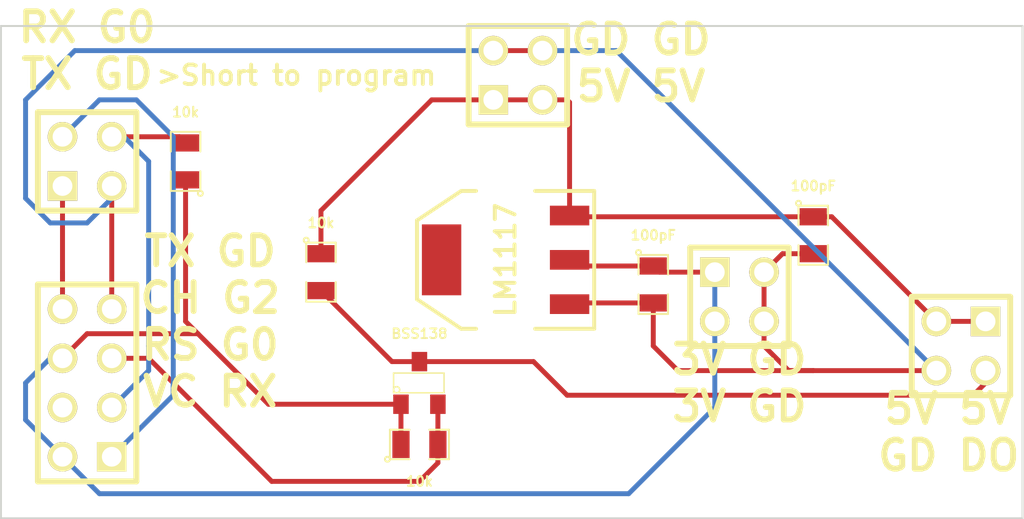
<source format=kicad_pcb>
(kicad_pcb (version 3) (host pcbnew "(2013-may-18)-stable")

  (general
    (links 31)
    (no_connects 0)
    (area 49.103845 41.503599 103.931155 67.360001)
    (thickness 1.6)
    (drawings 10)
    (tracks 89)
    (zones 0)
    (modules 12)
    (nets 9)
  )

  (page A3)
  (layers
    (15 F.Cu signal)
    (0 B.Cu signal)
    (16 B.Adhes user)
    (17 F.Adhes user)
    (18 B.Paste user)
    (19 F.Paste user)
    (20 B.SilkS user hide)
    (21 F.SilkS user)
    (22 B.Mask user)
    (23 F.Mask user)
    (24 Dwgs.User user)
    (25 Cmts.User user)
    (26 Eco1.User user)
    (27 Eco2.User user)
    (28 Edge.Cuts user)
  )

  (setup
    (last_trace_width 0.254)
    (trace_clearance 0.254)
    (zone_clearance 0.508)
    (zone_45_only no)
    (trace_min 0.254)
    (segment_width 0.2)
    (edge_width 0.1)
    (via_size 0.889)
    (via_drill 0.635)
    (via_min_size 0.889)
    (via_min_drill 0.508)
    (uvia_size 0.508)
    (uvia_drill 0.127)
    (uvias_allowed no)
    (uvia_min_size 0.508)
    (uvia_min_drill 0.127)
    (pcb_text_width 0.3)
    (pcb_text_size 1.5 1.5)
    (mod_edge_width 0.15)
    (mod_text_size 1 1)
    (mod_text_width 0.15)
    (pad_size 0.889 1.397)
    (pad_drill 0)
    (pad_to_mask_clearance 0)
    (aux_axis_origin 0 0)
    (visible_elements FFFFFFBF)
    (pcbplotparams
      (layerselection 283148289)
      (usegerberextensions true)
      (excludeedgelayer true)
      (linewidth 0.150000)
      (plotframeref false)
      (viasonmask false)
      (mode 1)
      (useauxorigin false)
      (hpglpennumber 1)
      (hpglpenspeed 20)
      (hpglpendiameter 15)
      (hpglpenoverlay 2)
      (psnegative false)
      (psa4output false)
      (plotreference true)
      (plotvalue true)
      (plotothertext true)
      (plotinvisibletext false)
      (padsonsilk false)
      (subtractmaskfromsilk false)
      (outputformat 1)
      (mirror false)
      (drillshape 0)
      (scaleselection 1)
      (outputdirectory gerber/))
  )

  (net 0 "")
  (net 1 +3.3V)
  (net 2 +5V)
  (net 3 GND)
  (net 4 N-000001)
  (net 5 N-000002)
  (net 6 N-000006)
  (net 7 N-000007)
  (net 8 N-000009)

  (net_class Default "This is the default net class."
    (clearance 0.254)
    (trace_width 0.254)
    (via_dia 0.889)
    (via_drill 0.635)
    (uvia_dia 0.508)
    (uvia_drill 0.127)
    (add_net "")
    (add_net +3.3V)
    (add_net +5V)
    (add_net GND)
    (add_net N-000001)
    (add_net N-000002)
    (add_net N-000006)
    (add_net N-000007)
    (add_net N-000009)
  )

  (module SOT23 (layer F.Cu) (tedit 5540A01C) (tstamp 55406C8F)
    (at 71.12 60.325)
    (tags SOT23)
    (path /55405F5C)
    (fp_text reference Q1 (at 1.99898 -0.09906 90) (layer F.SilkS) hide
      (effects (font (size 0.762 0.762) (thickness 0.11938)))
    )
    (fp_text value BSS138 (at 0 -2.54) (layer F.SilkS)
      (effects (font (size 0.50038 0.50038) (thickness 0.09906)))
    )
    (fp_circle (center -1.17602 0.35052) (end -1.30048 0.44958) (layer F.SilkS) (width 0.07874))
    (fp_line (start 1.27 -0.508) (end 1.27 0.508) (layer F.SilkS) (width 0.07874))
    (fp_line (start -1.3335 -0.508) (end -1.3335 0.508) (layer F.SilkS) (width 0.07874))
    (fp_line (start 1.27 0.508) (end -1.3335 0.508) (layer F.SilkS) (width 0.07874))
    (fp_line (start -1.3335 -0.508) (end 1.27 -0.508) (layer F.SilkS) (width 0.07874))
    (pad 3 smd rect (at 0 -1.09982) (size 0.8001 1.00076)
      (layers F.Cu F.Paste F.Mask)
      (net 6 N-000006)
    )
    (pad 2 smd rect (at 0.9525 1.09982) (size 0.8001 1.00076)
      (layers F.Cu F.Paste F.Mask)
      (net 7 N-000007)
    )
    (pad 1 smd rect (at -0.9525 1.09982) (size 0.8001 1.00076)
      (layers F.Cu F.Paste F.Mask)
      (net 1 +3.3V)
    )
    (model smd\SOT23_3.wrl
      (at (xyz 0 0 0))
      (scale (xyz 0.4 0.4 0.4))
      (rotate (xyz 0 0 180))
    )
  )

  (module SOT223 (layer F.Cu) (tedit 5540A06A) (tstamp 55406C9F)
    (at 75.565 53.975 90)
    (descr "module CMS SOT223 4 pins")
    (tags "CMS SOT")
    (path /55405F41)
    (attr smd)
    (fp_text reference U1 (at 0 -0.762 90) (layer F.SilkS) hide
      (effects (font (size 1.016 1.016) (thickness 0.2032)))
    )
    (fp_text value LM1117 (at 0 0 90) (layer F.SilkS)
      (effects (font (size 1.016 1.016) (thickness 0.2032)))
    )
    (fp_line (start -3.556 1.524) (end -3.556 4.572) (layer F.SilkS) (width 0.2032))
    (fp_line (start -3.556 4.572) (end 3.556 4.572) (layer F.SilkS) (width 0.2032))
    (fp_line (start 3.556 4.572) (end 3.556 1.524) (layer F.SilkS) (width 0.2032))
    (fp_line (start -3.556 -1.524) (end -3.556 -2.286) (layer F.SilkS) (width 0.2032))
    (fp_line (start -3.556 -2.286) (end -2.032 -4.572) (layer F.SilkS) (width 0.2032))
    (fp_line (start -2.032 -4.572) (end 2.032 -4.572) (layer F.SilkS) (width 0.2032))
    (fp_line (start 2.032 -4.572) (end 3.556 -2.286) (layer F.SilkS) (width 0.2032))
    (fp_line (start 3.556 -2.286) (end 3.556 -1.524) (layer F.SilkS) (width 0.2032))
    (pad 4 smd rect (at 0 -3.302 90) (size 3.6576 2.032)
      (layers F.Cu F.Paste F.Mask)
    )
    (pad 2 smd rect (at 0 3.302 90) (size 1.016 2.032)
      (layers F.Cu F.Paste F.Mask)
      (net 1 +3.3V)
    )
    (pad 3 smd rect (at 2.286 3.302 90) (size 1.016 2.032)
      (layers F.Cu F.Paste F.Mask)
      (net 2 +5V)
    )
    (pad 1 smd rect (at -2.286 3.302 90) (size 1.016 2.032)
      (layers F.Cu F.Paste F.Mask)
      (net 3 GND)
    )
    (model smd/SOT223.wrl
      (at (xyz 0 0 0))
      (scale (xyz 0.4 0.4 0.4))
      (rotate (xyz 0 0 0))
    )
  )

  (module SM0805 (layer F.Cu) (tedit 5540A2C6) (tstamp 55406CAC)
    (at 59.055 48.895 90)
    (path /554062D2)
    (attr smd)
    (fp_text reference R1 (at 0 -0.3175 90) (layer F.SilkS) hide
      (effects (font (size 0.50038 0.50038) (thickness 0.10922)))
    )
    (fp_text value 10k (at 2.54 0 180) (layer F.SilkS)
      (effects (font (size 0.50038 0.50038) (thickness 0.10922)))
    )
    (fp_circle (center -1.651 0.762) (end -1.651 0.635) (layer F.SilkS) (width 0.09906))
    (fp_line (start -0.508 0.762) (end -1.524 0.762) (layer F.SilkS) (width 0.09906))
    (fp_line (start -1.524 0.762) (end -1.524 -0.762) (layer F.SilkS) (width 0.09906))
    (fp_line (start -1.524 -0.762) (end -0.508 -0.762) (layer F.SilkS) (width 0.09906))
    (fp_line (start 0.508 -0.762) (end 1.524 -0.762) (layer F.SilkS) (width 0.09906))
    (fp_line (start 1.524 -0.762) (end 1.524 0.762) (layer F.SilkS) (width 0.09906))
    (fp_line (start 1.524 0.762) (end 0.508 0.762) (layer F.SilkS) (width 0.09906))
    (pad 1 smd rect (at -0.9525 0 90) (size 0.889 1.397)
      (layers F.Cu F.Paste F.Mask)
      (net 1 +3.3V)
    )
    (pad 2 smd rect (at 0.9525 0 90) (size 0.889 1.397)
      (layers F.Cu F.Paste F.Mask)
      (net 5 N-000002)
    )
    (model smd/chip_cms.wrl
      (at (xyz 0 0 0))
      (scale (xyz 0.1 0.1 0.1))
      (rotate (xyz 0 0 0))
    )
  )

  (module SM0805 (layer F.Cu) (tedit 5540A08E) (tstamp 55406CB9)
    (at 83.185 55.245 270)
    (path /554064E4)
    (attr smd)
    (fp_text reference C2 (at 0 -0.3175 270) (layer F.SilkS) hide
      (effects (font (size 0.50038 0.50038) (thickness 0.10922)))
    )
    (fp_text value 100pF (at -2.54 0 360) (layer F.SilkS)
      (effects (font (size 0.50038 0.50038) (thickness 0.10922)))
    )
    (fp_circle (center -1.651 0.762) (end -1.651 0.635) (layer F.SilkS) (width 0.09906))
    (fp_line (start -0.508 0.762) (end -1.524 0.762) (layer F.SilkS) (width 0.09906))
    (fp_line (start -1.524 0.762) (end -1.524 -0.762) (layer F.SilkS) (width 0.09906))
    (fp_line (start -1.524 -0.762) (end -0.508 -0.762) (layer F.SilkS) (width 0.09906))
    (fp_line (start 0.508 -0.762) (end 1.524 -0.762) (layer F.SilkS) (width 0.09906))
    (fp_line (start 1.524 -0.762) (end 1.524 0.762) (layer F.SilkS) (width 0.09906))
    (fp_line (start 1.524 0.762) (end 0.508 0.762) (layer F.SilkS) (width 0.09906))
    (pad 1 smd rect (at -0.9525 0 270) (size 0.889 1.397)
      (layers F.Cu F.Paste F.Mask)
      (net 1 +3.3V)
    )
    (pad 2 smd rect (at 0.9525 0 270) (size 0.889 1.397)
      (layers F.Cu F.Paste F.Mask)
      (net 3 GND)
    )
    (model smd/chip_cms.wrl
      (at (xyz 0 0 0))
      (scale (xyz 0.1 0.1 0.1))
      (rotate (xyz 0 0 0))
    )
  )

  (module SM0805 (layer F.Cu) (tedit 5540A096) (tstamp 55406CC6)
    (at 91.44 52.705 270)
    (path /554064F3)
    (attr smd)
    (fp_text reference C1 (at 0 -0.3175 270) (layer F.SilkS) hide
      (effects (font (size 0.50038 0.50038) (thickness 0.10922)))
    )
    (fp_text value 100pF (at -2.54 0 360) (layer F.SilkS)
      (effects (font (size 0.50038 0.50038) (thickness 0.10922)))
    )
    (fp_circle (center -1.651 0.762) (end -1.651 0.635) (layer F.SilkS) (width 0.09906))
    (fp_line (start -0.508 0.762) (end -1.524 0.762) (layer F.SilkS) (width 0.09906))
    (fp_line (start -1.524 0.762) (end -1.524 -0.762) (layer F.SilkS) (width 0.09906))
    (fp_line (start -1.524 -0.762) (end -0.508 -0.762) (layer F.SilkS) (width 0.09906))
    (fp_line (start 0.508 -0.762) (end 1.524 -0.762) (layer F.SilkS) (width 0.09906))
    (fp_line (start 1.524 -0.762) (end 1.524 0.762) (layer F.SilkS) (width 0.09906))
    (fp_line (start 1.524 0.762) (end 0.508 0.762) (layer F.SilkS) (width 0.09906))
    (pad 1 smd rect (at -0.9525 0 270) (size 0.889 1.397)
      (layers F.Cu F.Paste F.Mask)
      (net 2 +5V)
    )
    (pad 2 smd rect (at 0.9525 0 270) (size 0.889 1.397)
      (layers F.Cu F.Paste F.Mask)
      (net 3 GND)
    )
    (model smd/chip_cms.wrl
      (at (xyz 0 0 0))
      (scale (xyz 0.1 0.1 0.1))
      (rotate (xyz 0 0 0))
    )
  )

  (module SM0805 (layer F.Cu) (tedit 5540A07B) (tstamp 55406CD3)
    (at 71.12 63.5)
    (path /5540687B)
    (attr smd)
    (fp_text reference R2 (at 0 -0.3175) (layer F.SilkS) hide
      (effects (font (size 0.50038 0.50038) (thickness 0.10922)))
    )
    (fp_text value 10k (at 0 1.905) (layer F.SilkS)
      (effects (font (size 0.50038 0.50038) (thickness 0.10922)))
    )
    (fp_circle (center -1.651 0.762) (end -1.651 0.635) (layer F.SilkS) (width 0.09906))
    (fp_line (start -0.508 0.762) (end -1.524 0.762) (layer F.SilkS) (width 0.09906))
    (fp_line (start -1.524 0.762) (end -1.524 -0.762) (layer F.SilkS) (width 0.09906))
    (fp_line (start -1.524 -0.762) (end -0.508 -0.762) (layer F.SilkS) (width 0.09906))
    (fp_line (start 0.508 -0.762) (end 1.524 -0.762) (layer F.SilkS) (width 0.09906))
    (fp_line (start 1.524 -0.762) (end 1.524 0.762) (layer F.SilkS) (width 0.09906))
    (fp_line (start 1.524 0.762) (end 0.508 0.762) (layer F.SilkS) (width 0.09906))
    (pad 1 smd rect (at -0.9525 0) (size 0.889 1.397)
      (layers F.Cu F.Paste F.Mask)
      (net 1 +3.3V)
    )
    (pad 2 smd rect (at 0.9525 0) (size 0.889 1.397)
      (layers F.Cu F.Paste F.Mask)
      (net 7 N-000007)
    )
    (model smd/chip_cms.wrl
      (at (xyz 0 0 0))
      (scale (xyz 0.1 0.1 0.1))
      (rotate (xyz 0 0 0))
    )
  )

  (module SM0805 (layer F.Cu) (tedit 5540A0A1) (tstamp 55406CE0)
    (at 66.04 54.61 270)
    (path /55406976)
    (attr smd)
    (fp_text reference R3 (at 0 -0.3175 270) (layer F.SilkS) hide
      (effects (font (size 0.50038 0.50038) (thickness 0.10922)))
    )
    (fp_text value 10k (at -2.54 0 360) (layer F.SilkS)
      (effects (font (size 0.50038 0.50038) (thickness 0.10922)))
    )
    (fp_circle (center -1.651 0.762) (end -1.651 0.635) (layer F.SilkS) (width 0.09906))
    (fp_line (start -0.508 0.762) (end -1.524 0.762) (layer F.SilkS) (width 0.09906))
    (fp_line (start -1.524 0.762) (end -1.524 -0.762) (layer F.SilkS) (width 0.09906))
    (fp_line (start -1.524 -0.762) (end -0.508 -0.762) (layer F.SilkS) (width 0.09906))
    (fp_line (start 0.508 -0.762) (end 1.524 -0.762) (layer F.SilkS) (width 0.09906))
    (fp_line (start 1.524 -0.762) (end 1.524 0.762) (layer F.SilkS) (width 0.09906))
    (fp_line (start 1.524 0.762) (end 0.508 0.762) (layer F.SilkS) (width 0.09906))
    (pad 1 smd rect (at -0.9525 0 270) (size 0.889 1.397)
      (layers F.Cu F.Paste F.Mask)
      (net 2 +5V)
    )
    (pad 2 smd rect (at 0.9525 0 270) (size 0.889 1.397)
      (layers F.Cu F.Paste F.Mask)
      (net 6 N-000006)
    )
    (model smd/chip_cms.wrl
      (at (xyz 0 0 0))
      (scale (xyz 0.1 0.1 0.1))
      (rotate (xyz 0 0 0))
    )
  )

  (module pin_array_4x2 (layer F.Cu) (tedit 55409FFD) (tstamp 55406CF0)
    (at 53.975 60.325 90)
    (descr "Double rangee de contacts 2 x 4 pins")
    (tags CONN)
    (path /55405EF4)
    (fp_text reference ESP8266 (at 0 -3.81 90) (layer F.SilkS) hide
      (effects (font (size 1.016 1.016) (thickness 0.2032)))
    )
    (fp_text value CONN_4X2 (at 0 3.81 90) (layer F.SilkS) hide
      (effects (font (size 1.016 1.016) (thickness 0.2032)))
    )
    (fp_line (start -5.08 -2.54) (end 5.08 -2.54) (layer F.SilkS) (width 0.3048))
    (fp_line (start 5.08 -2.54) (end 5.08 2.54) (layer F.SilkS) (width 0.3048))
    (fp_line (start 5.08 2.54) (end -5.08 2.54) (layer F.SilkS) (width 0.3048))
    (fp_line (start -5.08 2.54) (end -5.08 -2.54) (layer F.SilkS) (width 0.3048))
    (pad 1 thru_hole rect (at -3.81 1.27 90) (size 1.524 1.524) (drill 1.016)
      (layers *.Cu *.Mask F.SilkS)
      (net 4 N-000001)
    )
    (pad 2 thru_hole circle (at -3.81 -1.27 90) (size 1.524 1.524) (drill 1.016)
      (layers *.Cu *.Mask F.SilkS)
      (net 1 +3.3V)
    )
    (pad 3 thru_hole circle (at -1.27 1.27 90) (size 1.524 1.524) (drill 1.016)
      (layers *.Cu *.Mask F.SilkS)
      (net 5 N-000002)
    )
    (pad 4 thru_hole circle (at -1.27 -1.27 90) (size 1.524 1.524) (drill 1.016)
      (layers *.Cu *.Mask F.SilkS)
    )
    (pad 5 thru_hole circle (at 1.27 1.27 90) (size 1.524 1.524) (drill 1.016)
      (layers *.Cu *.Mask F.SilkS)
      (net 7 N-000007)
    )
    (pad 6 thru_hole circle (at 1.27 -1.27 90) (size 1.524 1.524) (drill 1.016)
      (layers *.Cu *.Mask F.SilkS)
      (net 1 +3.3V)
    )
    (pad 7 thru_hole circle (at 3.81 1.27 90) (size 1.524 1.524) (drill 1.016)
      (layers *.Cu *.Mask F.SilkS)
      (net 3 GND)
    )
    (pad 8 thru_hole circle (at 3.81 -1.27 90) (size 1.524 1.524) (drill 1.016)
      (layers *.Cu *.Mask F.SilkS)
      (net 8 N-000009)
    )
    (model pin_array/pins_array_4x2.wrl
      (at (xyz 0 0 0))
      (scale (xyz 1 1 1))
      (rotate (xyz 0 0 0))
    )
  )

  (module PIN_ARRAY_2X2 (layer F.Cu) (tedit 55409FC0) (tstamp 55406CFC)
    (at 76.2 44.45)
    (descr "Double rangee de contacts 2 x 2 pins")
    (tags CONN)
    (path /55405E96)
    (fp_text reference 5V1 (at -4.445 -1.27) (layer F.SilkS) hide
      (effects (font (size 1.016 1.016) (thickness 0.2032)))
    )
    (fp_text value CONN_2X2 (at 0 3.048) (layer F.SilkS) hide
      (effects (font (size 1.016 1.016) (thickness 0.2032)))
    )
    (fp_line (start -2.54 -2.54) (end 2.54 -2.54) (layer F.SilkS) (width 0.3048))
    (fp_line (start 2.54 -2.54) (end 2.54 2.54) (layer F.SilkS) (width 0.3048))
    (fp_line (start 2.54 2.54) (end -2.54 2.54) (layer F.SilkS) (width 0.3048))
    (fp_line (start -2.54 2.54) (end -2.54 -2.54) (layer F.SilkS) (width 0.3048))
    (pad 1 thru_hole rect (at -1.27 1.27) (size 1.524 1.524) (drill 1.016)
      (layers *.Cu *.Mask F.SilkS)
      (net 2 +5V)
    )
    (pad 2 thru_hole circle (at -1.27 -1.27) (size 1.524 1.524) (drill 1.016)
      (layers *.Cu *.Mask F.SilkS)
      (net 3 GND)
    )
    (pad 3 thru_hole circle (at 1.27 1.27) (size 1.524 1.524) (drill 1.016)
      (layers *.Cu *.Mask F.SilkS)
      (net 2 +5V)
    )
    (pad 4 thru_hole circle (at 1.27 -1.27) (size 1.524 1.524) (drill 1.016)
      (layers *.Cu *.Mask F.SilkS)
      (net 3 GND)
    )
    (model pin_array/pins_array_2x2.wrl
      (at (xyz 0 0 0))
      (scale (xyz 1 1 1))
      (rotate (xyz 0 0 0))
    )
  )

  (module PIN_ARRAY_2X2 (layer F.Cu) (tedit 5540A02F) (tstamp 55406D08)
    (at 87.63 55.88 270)
    (descr "Double rangee de contacts 2 x 2 pins")
    (tags CONN)
    (path /55405EBD)
    (fp_text reference 3V1 (at -0.381 -3.429 270) (layer F.SilkS) hide
      (effects (font (size 1.016 1.016) (thickness 0.2032)))
    )
    (fp_text value CONN_2X2 (at 0 3.048 270) (layer F.SilkS) hide
      (effects (font (size 1.016 1.016) (thickness 0.2032)))
    )
    (fp_line (start -2.54 -2.54) (end 2.54 -2.54) (layer F.SilkS) (width 0.3048))
    (fp_line (start 2.54 -2.54) (end 2.54 2.54) (layer F.SilkS) (width 0.3048))
    (fp_line (start 2.54 2.54) (end -2.54 2.54) (layer F.SilkS) (width 0.3048))
    (fp_line (start -2.54 2.54) (end -2.54 -2.54) (layer F.SilkS) (width 0.3048))
    (pad 1 thru_hole rect (at -1.27 1.27 270) (size 1.524 1.524) (drill 1.016)
      (layers *.Cu *.Mask F.SilkS)
      (net 1 +3.3V)
    )
    (pad 2 thru_hole circle (at -1.27 -1.27 270) (size 1.524 1.524) (drill 1.016)
      (layers *.Cu *.Mask F.SilkS)
      (net 3 GND)
    )
    (pad 3 thru_hole circle (at 1.27 1.27 270) (size 1.524 1.524) (drill 1.016)
      (layers *.Cu *.Mask F.SilkS)
      (net 1 +3.3V)
    )
    (pad 4 thru_hole circle (at 1.27 -1.27 270) (size 1.524 1.524) (drill 1.016)
      (layers *.Cu *.Mask F.SilkS)
      (net 3 GND)
    )
    (model pin_array/pins_array_2x2.wrl
      (at (xyz 0 0 0))
      (scale (xyz 1 1 1))
      (rotate (xyz 0 0 0))
    )
  )

  (module PIN_ARRAY_2X2 (layer F.Cu) (tedit 5540A041) (tstamp 55406D14)
    (at 99.06 58.42 180)
    (descr "Double rangee de contacts 2 x 2 pins")
    (tags CONN)
    (path /55405F1A)
    (fp_text reference LEDOUT1 (at -0.381 -3.429 180) (layer F.SilkS) hide
      (effects (font (size 1.016 1.016) (thickness 0.2032)))
    )
    (fp_text value CONN_2X2 (at 0 3.048 180) (layer F.SilkS) hide
      (effects (font (size 1.016 1.016) (thickness 0.2032)))
    )
    (fp_line (start -2.54 -2.54) (end 2.54 -2.54) (layer F.SilkS) (width 0.3048))
    (fp_line (start 2.54 -2.54) (end 2.54 2.54) (layer F.SilkS) (width 0.3048))
    (fp_line (start 2.54 2.54) (end -2.54 2.54) (layer F.SilkS) (width 0.3048))
    (fp_line (start -2.54 2.54) (end -2.54 -2.54) (layer F.SilkS) (width 0.3048))
    (pad 1 thru_hole rect (at -1.27 1.27 180) (size 1.524 1.524) (drill 1.016)
      (layers *.Cu *.Mask F.SilkS)
      (net 2 +5V)
    )
    (pad 2 thru_hole circle (at -1.27 -1.27 180) (size 1.524 1.524) (drill 1.016)
      (layers *.Cu *.Mask F.SilkS)
      (net 6 N-000006)
    )
    (pad 3 thru_hole circle (at 1.27 1.27 180) (size 1.524 1.524) (drill 1.016)
      (layers *.Cu *.Mask F.SilkS)
      (net 2 +5V)
    )
    (pad 4 thru_hole circle (at 1.27 -1.27 180) (size 1.524 1.524) (drill 1.016)
      (layers *.Cu *.Mask F.SilkS)
      (net 3 GND)
    )
    (model pin_array/pins_array_2x2.wrl
      (at (xyz 0 0 0))
      (scale (xyz 1 1 1))
      (rotate (xyz 0 0 0))
    )
  )

  (module PIN_ARRAY_2X2 (layer F.Cu) (tedit 55409FEF) (tstamp 55406D20)
    (at 53.975 48.895)
    (descr "Double rangee de contacts 2 x 2 pins")
    (tags CONN)
    (path /55405FCF)
    (fp_text reference DBG1 (at -0.381 -3.429) (layer F.SilkS) hide
      (effects (font (size 1.016 1.016) (thickness 0.2032)))
    )
    (fp_text value CONN_2X2 (at 0 3.048) (layer F.SilkS) hide
      (effects (font (size 1.016 1.016) (thickness 0.2032)))
    )
    (fp_line (start -2.54 -2.54) (end 2.54 -2.54) (layer F.SilkS) (width 0.3048))
    (fp_line (start 2.54 -2.54) (end 2.54 2.54) (layer F.SilkS) (width 0.3048))
    (fp_line (start 2.54 2.54) (end -2.54 2.54) (layer F.SilkS) (width 0.3048))
    (fp_line (start -2.54 2.54) (end -2.54 -2.54) (layer F.SilkS) (width 0.3048))
    (pad 1 thru_hole rect (at -1.27 1.27) (size 1.524 1.524) (drill 1.016)
      (layers *.Cu *.Mask F.SilkS)
      (net 8 N-000009)
    )
    (pad 2 thru_hole circle (at -1.27 -1.27) (size 1.524 1.524) (drill 1.016)
      (layers *.Cu *.Mask F.SilkS)
      (net 4 N-000001)
    )
    (pad 3 thru_hole circle (at 1.27 1.27) (size 1.524 1.524) (drill 1.016)
      (layers *.Cu *.Mask F.SilkS)
      (net 3 GND)
    )
    (pad 4 thru_hole circle (at 1.27 -1.27) (size 1.524 1.524) (drill 1.016)
      (layers *.Cu *.Mask F.SilkS)
      (net 5 N-000002)
    )
    (model pin_array/pins_array_2x2.wrl
      (at (xyz 0 0 0))
      (scale (xyz 1 1 1))
      (rotate (xyz 0 0 0))
    )
  )

  (gr_text ">Short to program" (at 64.77 44.45) (layer F.SilkS)
    (effects (font (size 1 1) (thickness 0.2)))
  )
  (gr_text "TX GD\nCH G2\nRS G0\nVC RX" (at 60.325 57.15) (layer F.SilkS)
    (effects (font (size 1.5 1.5) (thickness 0.3)))
  )
  (gr_text "RX G0\nTX GD" (at 53.975 43.18) (layer F.SilkS)
    (effects (font (size 1.5 1.5) (thickness 0.3)))
  )
  (gr_text "3V GD\n3V GD" (at 87.63 60.325) (layer F.SilkS)
    (effects (font (size 1.5 1.5) (thickness 0.3)))
  )
  (gr_text "5V 5V\nGD DO" (at 98.425 62.865) (layer F.SilkS)
    (effects (font (size 1.5 1.5) (thickness 0.3)))
  )
  (gr_text "GD GD\n5V 5V" (at 82.55 43.815) (layer F.SilkS)
    (effects (font (size 1.5 1.5) (thickness 0.3)))
  )
  (gr_line (start 49.53 67.31) (end 102.235 67.31) (angle 90) (layer Edge.Cuts) (width 0.1))
  (gr_line (start 49.53 41.91) (end 49.53 67.31) (angle 90) (layer Edge.Cuts) (width 0.1))
  (gr_line (start 102.235 41.91) (end 49.53 41.91) (angle 90) (layer Edge.Cuts) (width 0.1))
  (gr_line (start 102.235 67.31) (end 102.235 41.91) (angle 90) (layer Edge.Cuts) (width 0.1))

  (segment (start 59.055 49.8475) (end 59.055 57.15) (width 0.254) (layer F.Cu) (net 1) (status 400000))
  (segment (start 59.055 57.15) (end 59.69 57.785) (width 0.254) (layer F.Cu) (net 1) (tstamp 5540A2E6))
  (segment (start 81.915 66.04) (end 54.61 66.04) (width 0.254) (layer B.Cu) (net 1))
  (segment (start 70.1675 61.42482) (end 70.1675 63.5) (width 0.254) (layer F.Cu) (net 1))
  (segment (start 52.705 59.055) (end 53.975 57.785) (width 0.254) (layer F.Cu) (net 1))
  (segment (start 63.32982 61.42482) (end 70.1675 61.42482) (width 0.254) (layer F.Cu) (net 1) (tstamp 55408D3F))
  (segment (start 59.69 57.785) (end 63.32982 61.42482) (width 0.254) (layer F.Cu) (net 1) (tstamp 55408D3C))
  (segment (start 57.15 57.785) (end 59.69 57.785) (width 0.254) (layer F.Cu) (net 1) (tstamp 55408D3A))
  (segment (start 53.975 57.785) (end 57.15 57.785) (width 0.254) (layer F.Cu) (net 1) (tstamp 55408D39))
  (segment (start 52.705 59.055) (end 52.07 59.055) (width 0.254) (layer B.Cu) (net 1))
  (segment (start 50.8 62.23) (end 52.705 64.135) (width 0.254) (layer B.Cu) (net 1) (tstamp 55408D1D))
  (segment (start 50.8 60.325) (end 50.8 62.23) (width 0.254) (layer B.Cu) (net 1) (tstamp 55408D1A))
  (segment (start 52.07 59.055) (end 50.8 60.325) (width 0.254) (layer B.Cu) (net 1) (tstamp 55408D19))
  (segment (start 86.36 57.15) (end 86.36 61.595) (width 0.254) (layer B.Cu) (net 1))
  (segment (start 54.61 66.04) (end 52.705 64.135) (width 0.254) (layer B.Cu) (net 1) (tstamp 55409271))
  (segment (start 86.36 61.595) (end 81.915 66.04) (width 0.254) (layer B.Cu) (net 1) (tstamp 55408CD3))
  (segment (start 86.36 54.61) (end 83.5025 54.61) (width 0.254) (layer F.Cu) (net 1))
  (segment (start 83.5025 54.61) (end 83.185 54.2925) (width 0.254) (layer F.Cu) (net 1) (tstamp 55408CC7))
  (segment (start 86.36 54.61) (end 86.36 57.15) (width 0.254) (layer B.Cu) (net 1))
  (segment (start 83.185 54.2925) (end 79.1845 54.2925) (width 0.254) (layer F.Cu) (net 1))
  (segment (start 79.1845 54.2925) (end 78.867 53.975) (width 0.254) (layer F.Cu) (net 1) (tstamp 55408C8C))
  (segment (start 91.44 51.7525) (end 78.9305 51.7525) (width 0.254) (layer F.Cu) (net 2))
  (segment (start 78.9305 51.7525) (end 78.867 51.689) (width 0.254) (layer F.Cu) (net 2) (tstamp 55408C4A))
  (segment (start 91.44 51.7525) (end 92.3925 51.7525) (width 0.254) (layer F.Cu) (net 2))
  (segment (start 92.3925 51.7525) (end 97.79 57.15) (width 0.254) (layer F.Cu) (net 2) (tstamp 55408C45))
  (segment (start 100.33 57.15) (end 97.79 57.15) (width 0.254) (layer F.Cu) (net 2))
  (segment (start 77.47 45.72) (end 78.74 45.72) (width 0.254) (layer F.Cu) (net 2))
  (segment (start 78.74 45.72) (end 78.867 45.847) (width 0.254) (layer F.Cu) (net 2) (tstamp 55408AC2))
  (segment (start 78.867 45.847) (end 78.867 51.689) (width 0.254) (layer F.Cu) (net 2) (tstamp 55408AC3))
  (segment (start 77.47 45.72) (end 74.93 45.72) (width 0.254) (layer F.Cu) (net 2))
  (segment (start 66.04 53.6575) (end 66.04 51.435) (width 0.254) (layer F.Cu) (net 2))
  (segment (start 71.755 45.72) (end 74.93 45.72) (width 0.254) (layer F.Cu) (net 2) (tstamp 55408ABC))
  (segment (start 66.04 51.435) (end 71.755 45.72) (width 0.254) (layer F.Cu) (net 2) (tstamp 55408AB6))
  (segment (start 55.245 50.165) (end 55.245 50.8) (width 0.254) (layer B.Cu) (net 3))
  (segment (start 53.34 43.18) (end 74.93 43.18) (width 0.254) (layer B.Cu) (net 3) (tstamp 5540A298))
  (segment (start 50.8 45.72) (end 53.34 43.18) (width 0.254) (layer B.Cu) (net 3) (tstamp 5540A297))
  (segment (start 50.8 50.8) (end 50.8 45.72) (width 0.254) (layer B.Cu) (net 3) (tstamp 5540A295))
  (segment (start 52.07 52.07) (end 50.8 50.8) (width 0.254) (layer B.Cu) (net 3) (tstamp 5540A293))
  (segment (start 53.975 52.07) (end 52.07 52.07) (width 0.254) (layer B.Cu) (net 3) (tstamp 5540A28F))
  (segment (start 55.245 50.8) (end 53.975 52.07) (width 0.254) (layer B.Cu) (net 3) (tstamp 5540A28E))
  (segment (start 55.245 56.515) (end 55.245 55.245) (width 0.254) (layer F.Cu) (net 3))
  (segment (start 55.245 55.245) (end 55.245 50.165) (width 0.254) (layer F.Cu) (net 3))
  (segment (start 83.185 56.1975) (end 83.185 58.42) (width 0.254) (layer F.Cu) (net 3))
  (segment (start 84.455 59.69) (end 91.44 59.69) (width 0.254) (layer F.Cu) (net 3) (tstamp 55408CC1))
  (segment (start 83.185 58.42) (end 84.455 59.69) (width 0.254) (layer F.Cu) (net 3) (tstamp 55408CBD))
  (segment (start 83.185 56.1975) (end 78.9305 56.1975) (width 0.254) (layer F.Cu) (net 3))
  (segment (start 78.9305 56.1975) (end 78.867 56.261) (width 0.254) (layer F.Cu) (net 3) (tstamp 55408C89))
  (segment (start 88.9 57.15) (end 88.9 58.42) (width 0.254) (layer F.Cu) (net 3))
  (segment (start 88.9 58.42) (end 90.17 59.69) (width 0.254) (layer F.Cu) (net 3) (tstamp 55408C5A))
  (segment (start 90.17 59.69) (end 91.44 59.69) (width 0.254) (layer F.Cu) (net 3) (tstamp 55408C5F))
  (segment (start 91.44 59.69) (end 97.79 59.69) (width 0.254) (layer F.Cu) (net 3) (tstamp 55408CC5))
  (segment (start 88.9 54.61) (end 88.9 57.15) (width 0.254) (layer F.Cu) (net 3))
  (segment (start 91.44 53.6575) (end 89.8525 53.6575) (width 0.254) (layer F.Cu) (net 3))
  (segment (start 89.8525 53.6575) (end 88.9 54.61) (width 0.254) (layer F.Cu) (net 3) (tstamp 55408C50))
  (segment (start 77.47 43.18) (end 81.28 43.18) (width 0.254) (layer B.Cu) (net 3))
  (segment (start 81.28 43.18) (end 97.79 59.69) (width 0.254) (layer B.Cu) (net 3) (tstamp 554089FB))
  (segment (start 77.47 43.18) (end 74.93 43.18) (width 0.254) (layer F.Cu) (net 3))
  (segment (start 58.42 60.325) (end 58.42 59.055) (width 0.254) (layer B.Cu) (net 4))
  (segment (start 53.975 46.355) (end 54.61 45.72) (width 0.254) (layer B.Cu) (net 4) (tstamp 55408EA9))
  (segment (start 54.61 45.72) (end 56.515 45.72) (width 0.254) (layer B.Cu) (net 4) (tstamp 55408EAB))
  (segment (start 56.515 45.72) (end 58.42 47.625) (width 0.254) (layer B.Cu) (net 4) (tstamp 55408EAF))
  (segment (start 58.42 47.625) (end 58.42 59.055) (width 0.254) (layer B.Cu) (net 4) (tstamp 55408EB3))
  (segment (start 53.975 46.355) (end 52.705 47.625) (width 0.254) (layer B.Cu) (net 4))
  (segment (start 58.42 60.325) (end 58.42 60.96) (width 0.254) (layer B.Cu) (net 4) (tstamp 55408F30))
  (segment (start 58.42 60.96) (end 55.245 64.135) (width 0.254) (layer B.Cu) (net 4) (tstamp 55408EBA))
  (segment (start 58.42 60.325) (end 58.42 60.96) (width 0.254) (layer B.Cu) (net 4) (tstamp 55408EB6))
  (segment (start 57.15 58.42) (end 57.15 59.69) (width 0.254) (layer B.Cu) (net 5))
  (segment (start 55.88 47.625) (end 57.15 48.895) (width 0.254) (layer B.Cu) (net 5) (tstamp 5540719D))
  (segment (start 57.15 48.895) (end 57.15 58.42) (width 0.254) (layer B.Cu) (net 5) (tstamp 5540719F))
  (segment (start 55.245 61.595) (end 57.15 59.69) (width 0.254) (layer B.Cu) (net 5) (tstamp 554071A2))
  (segment (start 55.88 47.625) (end 55.245 47.625) (width 0.254) (layer B.Cu) (net 5))
  (segment (start 55.245 47.625) (end 58.7375 47.625) (width 0.254) (layer F.Cu) (net 5))
  (segment (start 58.7375 47.625) (end 59.055 47.9425) (width 0.254) (layer F.Cu) (net 5) (tstamp 55407194))
  (segment (start 71.12 59.22518) (end 77.00518 59.22518) (width 0.254) (layer F.Cu) (net 6))
  (segment (start 71.12 59.22518) (end 69.70268 59.22518) (width 0.254) (layer F.Cu) (net 6))
  (segment (start 69.70268 59.22518) (end 66.04 55.5625) (width 0.254) (layer F.Cu) (net 6) (tstamp 55408A96))
  (segment (start 100.33 59.69) (end 100.33 60.325) (width 0.254) (layer F.Cu) (net 6))
  (segment (start 100.33 60.325) (end 99.695 60.96) (width 0.254) (layer F.Cu) (net 6) (tstamp 55408A7F))
  (segment (start 99.695 60.96) (end 78.74 60.96) (width 0.254) (layer F.Cu) (net 6) (tstamp 55408A81))
  (segment (start 78.74 60.96) (end 77.00518 59.22518) (width 0.254) (layer F.Cu) (net 6) (tstamp 55408A83))
  (segment (start 55.245 59.055) (end 57.15 59.055) (width 0.254) (layer F.Cu) (net 7))
  (segment (start 72.0725 64.4525) (end 72.0725 63.5) (width 0.254) (layer F.Cu) (net 7) (tstamp 55408CF9))
  (segment (start 71.12 65.405) (end 72.0725 64.4525) (width 0.254) (layer F.Cu) (net 7) (tstamp 55408CF7))
  (segment (start 63.5 65.405) (end 71.12 65.405) (width 0.254) (layer F.Cu) (net 7) (tstamp 55408CF5))
  (segment (start 57.15 59.055) (end 63.5 65.405) (width 0.254) (layer F.Cu) (net 7) (tstamp 55408CF0))
  (segment (start 72.0725 61.42482) (end 72.0725 63.5) (width 0.254) (layer F.Cu) (net 7))
  (segment (start 52.705 56.515) (end 52.705 54.61) (width 0.254) (layer F.Cu) (net 8))
  (segment (start 52.705 50.165) (end 52.705 54.61) (width 0.254) (layer F.Cu) (net 8))
  (segment (start 52.705 54.61) (end 52.705 55.245) (width 0.254) (layer F.Cu) (net 8) (tstamp 55408F41))

  (zone (net 3) (net_name GND) (layer F.Cu) (tstamp 5540937F) (hatch edge 0.508)
    (connect_pads (clearance 0.508))
    (min_thickness 0.254)
    (fill (arc_segments 16) (thermal_gap 0.508) (thermal_bridge_width 0.508))
    (polygon
      (pts
        (xy 102.235 67.31) (xy 49.53 67.31) (xy 49.53 41.91) (xy 102.235 41.91)
      )
    )
  )
  (zone (net 3) (net_name GND) (layer B.Cu) (tstamp 55409397) (hatch edge 0.508)
    (connect_pads (clearance 0.508))
    (min_thickness 0.254)
    (fill (arc_segments 16) (thermal_gap 0.508) (thermal_bridge_width 0.508))
    (polygon
      (pts
        (xy 102.235 41.91) (xy 49.53 41.91) (xy 49.53 67.31) (xy 102.235 67.31)
      )
    )
  )
)

</source>
